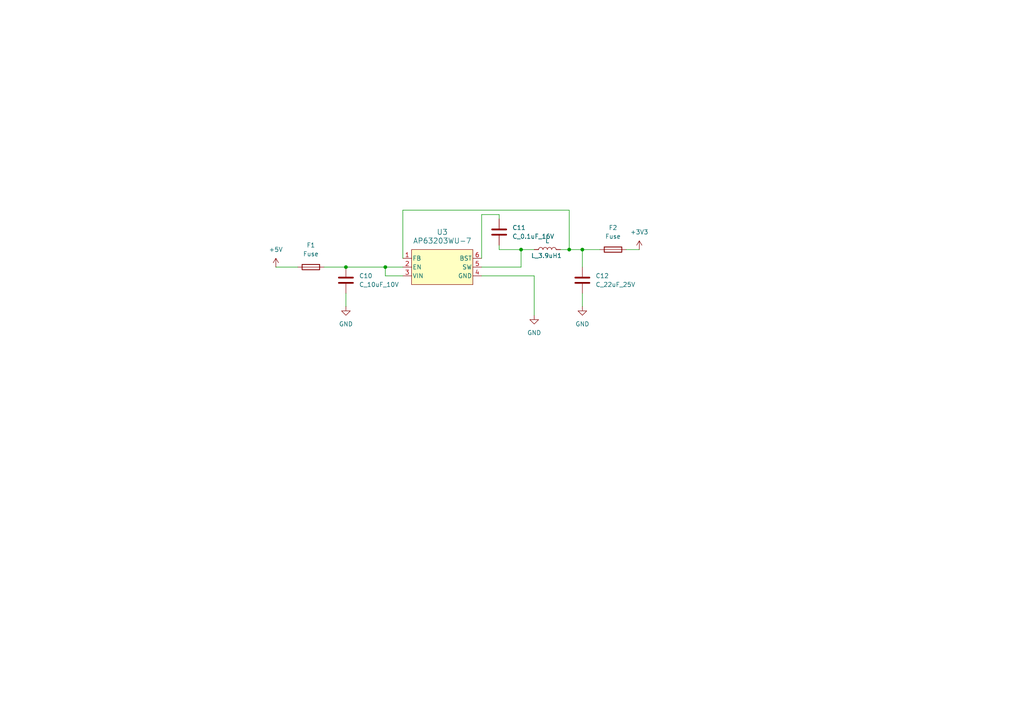
<source format=kicad_sch>
(kicad_sch (version 20250114) (generator "eeschema") (generator_version "9.0")
  (paper "A4")
  (lib_symbols
    (symbol "Device:Fuse" (pin_numbers (hide yes)) (pin_names (offset 0))
      (property "Reference" "F" (at 2.032 0 90))
      (property "Value" "Fuse" (at -1.905 0 90))
      (symbol "Fuse_0_1"
        (rectangle (start -0.762 -2.54) (end 0.762 2.54) (stroke (width 0.254)))
        (polyline (pts (xy 0 2.54) (xy 0 -2.54)))
      )
      (symbol "Fuse_1_1"
        (pin passive line (at 0 3.81 270) (length 1.27) (name "~") (number "1"))
        (pin passive line (at 0 -3.81 90) (length 1.27) (name "~") (number "2"))
      )
    )
    (symbol "OEM:C_0.1uF_16V_0603" (pin_numbers (hide yes)) (pin_names (offset 0.254))
      (property "Reference" "C" (at 0.635 2.54 0))
      (property "Value" "C_0.1uF_16V" (at 0.635 -2.54 0))
      (symbol "C_0.1uF_16V_0603_0_1"
        (polyline (pts (xy -2.032 0.762) (xy 2.032 0.762)) (stroke (width 0.508)))
        (polyline (pts (xy -2.032 -0.762) (xy 2.032 -0.762)) (stroke (width 0.508)))
      )
      (symbol "C_0.1uF_16V_0603_1_1"
        (pin passive line (at 0 3.81 270) (length 2.794) (name "~") (number "1"))
        (pin passive line (at 0 -3.81 90) (length 2.794) (name "~") (number "2"))
      )
    )
    (symbol "OEM:C_10uF_10V_0603" (pin_numbers (hide yes)) (pin_names (offset 0.254))
      (property "Reference" "C" (at 0.635 2.54 0))
      (property "Value" "C_10uF_10V" (at 0.635 -2.54 0))
      (symbol "C_10uF_10V_0603_0_1"
        (polyline (pts (xy -2.032 0.762) (xy 2.032 0.762)) (stroke (width 0.508)))
        (polyline (pts (xy -2.032 -0.762) (xy 2.032 -0.762)) (stroke (width 0.508)))
      )
      (symbol "C_10uF_10V_0603_1_1"
        (pin passive line (at 0 3.81 270) (length 2.794) (name "~") (number "1"))
        (pin passive line (at 0 -3.81 90) (length 2.794) (name "~") (number "2"))
      )
    )
    (symbol "OEM:C_22uF_25V_1206" (pin_numbers (hide yes)) (pin_names (offset 0.254))
      (property "Reference" "C" (at 0.635 2.54 0))
      (property "Value" "C_22uF_25V" (at 0.635 -2.54 0))
      (symbol "C_22uF_25V_1206_0_1"
        (polyline (pts (xy -2.032 0.762) (xy 2.032 0.762)) (stroke (width 0.508)))
        (polyline (pts (xy -2.032 -0.762) (xy 2.032 -0.762)) (stroke (width 0.508)))
      )
      (symbol "C_22uF_25V_1206_1_1"
        (pin passive line (at 0 3.81 270) (length 2.794) (name "~") (number "1"))
        (pin passive line (at 0 -3.81 90) (length 2.794) (name "~") (number "2"))
      )
    )
    (symbol "OEM:L" (pin_numbers (hide yes)) (pin_names (offset 1.016) (hide yes))
      (property "Reference" "L" (at -1.27 0 90))
      (property "Value" "L" (at 1.905 0 90))
      (symbol "L_0_1"
        (arc (start 0 2.54) (mid 0.6323 1.905) (end 0 1.27))
        (arc (start 0 1.27) (mid 0.6323 0.635) (end 0 0))
        (arc (start 0 0) (mid 0.6323 -0.635) (end 0 -1.27))
        (arc (start 0 -1.27) (mid 0.6323 -1.905) (end 0 -2.54))
      )
      (symbol "L_1_1"
        (pin passive line (at 0 3.81 270) (length 1.27) (name "1") (number "1"))
        (pin passive line (at 0 -3.81 90) (length 1.27) (name "2") (number "2"))
      )
    )
    (symbol "OEM:U_3.3V-Buck-Conv_AP63203WU-7_TSOT23-6" (pin_names (offset 0.254))
      (property "Reference" "U" (at 0 9.398 0))
      (property "Value" "AP63203WU-7" (at 0 6.858 0))
      (symbol "U_3.3V-Buck-Conv_AP63203WU-7_TSOT23-6_0_1"
        (pin output line (at -11.43 2.54 0) (length 2.54) (name "FB") (number "1"))
        (pin input line (at -11.43 0 0) (length 2.54) (name "EN") (number "2"))
        (pin input line (at 11.43 2.54 180) (length 2.54) (name "BST") (number "6"))
        (pin output line (at 11.43 0 180) (length 2.54) (name "SW") (number "5"))
        (pin power_out line (at 11.43 -2.54 180) (length 2.54) (name "GND") (number "4"))
      )
      (symbol "U_3.3V-Buck-Conv_AP63203WU-7_TSOT23-6_1_1"
        (rectangle (start -8.89 5.08) (end 8.89 -5.08) (fill (type color) (color 255 255 194 1)))
        (pin power_in line (at -11.43 -2.54 0) (length 2.54) (name "VIN") (number "3"))
      )
    )
    (symbol "power:+3V3" (power) (pin_numbers (hide yes)) (pin_names (offset 0) (hide yes))
      (property "Value" "+3V3" (at 0 3.556 0))
      (symbol "+3V3_0_1"
        (polyline (pts (xy -0.762 1.27) (xy 0 2.54)))
        (polyline (pts (xy 0 2.54) (xy 0.762 1.27)))
        (polyline (pts (xy 0 0) (xy 0 2.54)))
      )
      (symbol "+3V3_1_1"
        (pin power_in line (at 0 0 90) (length 0) (name "~") (number "1"))
      )
    )
    (symbol "power:+5V" (power) (pin_numbers (hide yes)) (pin_names (offset 0) (hide yes))
      (property "Value" "+5V" (at 0 3.556 0))
      (symbol "+5V_0_1"
        (polyline (pts (xy -0.762 1.27) (xy 0 2.54)))
        (polyline (pts (xy 0 2.54) (xy 0.762 1.27)))
        (polyline (pts (xy 0 0) (xy 0 2.54)))
      )
      (symbol "+5V_1_1"
        (pin power_in line (at 0 0 90) (length 0) (name "~") (number "1"))
      )
    )
    (symbol "power:GND" (power) (pin_numbers (hide yes)) (pin_names (offset 0) (hide yes))
      (property "Value" "GND" (at 0 -3.81 0))
      (symbol "GND_0_1"
        (polyline (pts (xy 0 0) (xy 0 -1.27) (xy 1.27 -1.27) (xy 0 -2.54) (xy -1.27 -1.27) (xy 0 -1.27)))
      )
      (symbol "GND_1_1"
        (pin power_in line (at 0 0 270) (length 0) (name "~") (number "1"))
      )
    )
  )
  (junction (at 100.33 77.47))
  (junction (at 168.91 72.39))
  (junction (at 151.13 72.39))
  (junction (at 165.1 72.39))
  (junction (at 111.76 77.47))
  (wire (pts (xy 116.84 77.47) (xy 111.76 77.47)))
  (wire (pts (xy 162.56 72.39) (xy 165.1 72.39)))
  (wire (pts (xy 154.94 80.01) (xy 154.94 91.44)))
  (wire (pts (xy 168.91 72.39) (xy 168.91 77.47)))
  (wire (pts (xy 151.13 72.39) (xy 154.94 72.39)))
  (wire (pts (xy 80.01 77.47) (xy 86.36 77.47)))
  (wire (pts (xy 168.91 85.09) (xy 168.91 88.9)))
  (wire (pts (xy 165.1 72.39) (xy 168.91 72.39)))
  (wire (pts (xy 139.7 80.01) (xy 154.94 80.01)))
  (wire (pts (xy 181.61 72.39) (xy 185.42 72.39)))
  (wire (pts (xy 100.33 85.09) (xy 100.33 88.9)))
  (wire (pts (xy 151.13 77.47) (xy 151.13 72.39)))
  (wire (pts (xy 165.1 60.96) (xy 165.1 72.39)))
  (wire (pts (xy 116.84 74.93) (xy 116.84 60.96)))
  (wire (pts (xy 139.7 74.93) (xy 139.7 62.23)))
  (wire (pts (xy 139.7 62.23) (xy 144.78 62.23)))
  (wire (pts (xy 144.78 62.23) (xy 144.78 63.5)))
  (wire (pts (xy 139.7 77.47) (xy 151.13 77.47)))
  (wire (pts (xy 111.76 80.01) (xy 111.76 77.47)))
  (wire (pts (xy 100.33 77.47) (xy 111.76 77.47)))
  (wire (pts (xy 144.78 72.39) (xy 151.13 72.39)))
  (wire (pts (xy 116.84 60.96) (xy 165.1 60.96)))
  (wire (pts (xy 168.91 72.39) (xy 173.99 72.39)))
  (wire (pts (xy 116.84 80.01) (xy 111.76 80.01)))
  (wire (pts (xy 144.78 72.39) (xy 144.78 71.12)))
  (wire (pts (xy 93.98 77.47) (xy 100.33 77.47)))
  (symbol (lib_id "Device:Fuse") (at 177.8 72.39 90) (unit 1)
    (property "Reference" "F2" (at 177.8 66.04 90))
    (property "Value" "Fuse" (at 177.8 68.58 90))
    (property "Description" "Fuse" (effects (hide yes)))
  )
  (symbol (lib_id "OEM:C_10uF_10V_0603") (at 100.33 81.28 0) (unit 1)
    (property "Reference" "C10" (at 104.14 80.0099 0) (effects (justify left)))
    (property "Value" "C_10uF_10V" (at 104.14 82.5499 0) (effects (justify left)))
    (property "Footprint" "OEM:C_0603_1608Metric" (effects (hide yes)))
    (property "Datasheet" "https://search.murata.co.jp/Ceramy/image/img/A01X/G101/ENG/GRM188D71A106KA73-01.pdf" (effects (hide yes)))
    (property "Description" "CAP CER 10UF 10V X7T 0603" (effects (hide yes)))
    (property "MPN" "GRM188D71A106KA73D" (effects (hide yes)))
  )
  (symbol (lib_id "power:GND") (at 100.33 88.9 0) (unit 1)
    (property "Reference" "#PWR029" (effects (hide yes)))
    (property "Value" "GND" (at 100.33 93.98 0))
    (property "Description" "Power symbol creates a global label with name \"GND\" , ground" (effects (hide yes)))
  )
  (symbol (lib_id "power:+5V") (at 80.01 77.47 0) (unit 1)
    (property "Reference" "#PWR025" (effects (hide yes)))
    (property "Value" "+5V" (at 80.01 72.39 0))
    (property "Description" "Power symbol creates a global label with name \"+5V\"" (effects (hide yes)))
  )
  (symbol (lib_id "OEM:U_3.3V-Buck-Conv_AP63203WU-7_TSOT23-6") (at 128.27 77.47 0) (unit 1)
    (property "Reference" "U3" (at 128.27 67.31 0) (effects (font (size 1.524 1.524))))
    (property "Value" "AP63203WU-7" (at 128.27 69.85 0) (effects (font (size 1.524 1.524))))
    (property "Footprint" "OEM:SOT-23-6" (effects (hide yes)))
    (property "Datasheet" "https://www.diodes.com/assets/Datasheets/AP63200-AP63201-AP63203-AP63205.pdf" (effects (hide yes)))
    (property "Description" "IC REG BUCK 3.3V 2A TSOT23-6" (effects (hide yes)))
    (property "MPN" "AP63203WU-7" (effects (hide yes)))
  )
  (symbol (lib_id "OEM:C_0.1uF_16V_0603") (at 144.78 67.31 0) (unit 1)
    (property "Reference" "C11" (at 148.59 66.0399 0) (effects (justify left)))
    (property "Value" "C_0.1uF_16V" (at 148.59 68.5799 0) (effects (justify left)))
    (property "Footprint" "OEM:C_0603_1608Metric" (effects (hide yes)))
    (property "Datasheet" "https://www.mouser.com/datasheet/3/72/1/KEM_C1005_Y5V_SMD.pdf" (effects (hide yes)))
    (property "Description" "CAP CER 0.1UF 16V Y5V 0603" (effects (hide yes)))
    (property "MPN" "C0603C104Z4VACTU" (effects (hide yes)))
  )
  (symbol (lib_id "Device:Fuse") (at 90.17 77.47 90) (unit 1)
    (property "Reference" "F1" (at 90.17 71.12 90))
    (property "Value" "Fuse" (at 90.17 73.66 90))
    (property "Description" "Fuse" (effects (hide yes)))
  )
  (symbol (lib_id "OEM:C_22uF_25V_1206") (at 168.91 81.28 0) (unit 1)
    (property "Reference" "C12" (at 172.72 80.0099 0) (effects (justify left)))
    (property "Value" "C_22uF_25V" (at 172.72 82.5499 0) (effects (justify left)))
    (property "Footprint" "OEM:C_1206_3216Metric" (effects (hide yes)))
    (property "Datasheet" "https://mm.digikey.com/Volume0/opasdata/d220001/medias/docus/658/CL31A226KAHNNNE_Spec.pdf" (effects (hide yes)))
    (property "Description" "CAP CER 22UF 25V X5R 1206" (effects (hide yes)))
    (property "MPN" "CL31A226KAHNNNE" (effects (hide yes)))
  )
  (symbol (lib_id "OEM:L") (at 158.75 72.39 90) (unit 1)
    (property "Reference" "L_3.9uH1" (at 158.496 74.168 90))
    (property "Value" "L" (at 158.75 69.85 90))
    (property "Description" "Inductor" (effects (hide yes)))
  )
  (symbol (lib_id "power:GND") (at 168.91 88.9 0) (unit 1)
    (property "Reference" "#PWR032" (effects (hide yes)))
    (property "Value" "GND" (at 168.91 93.98 0))
    (property "Description" "Power symbol creates a global label with name \"GND\" , ground" (effects (hide yes)))
  )
  (symbol (lib_id "power:GND") (at 154.94 91.44 0) (unit 1)
    (property "Reference" "#PWR030" (effects (hide yes)))
    (property "Value" "GND" (at 154.94 96.52 0))
    (property "Description" "Power symbol creates a global label with name \"GND\" , ground" (effects (hide yes)))
  )
  (symbol (lib_id "power:+3V3") (at 185.42 72.39 0) (unit 1)
    (property "Reference" "#PWR026" (effects (hide yes)))
    (property "Value" "+3V3" (at 185.42 67.31 0))
    (property "Description" "Power symbol creates a global label with name \"+3V3\"" (effects (hide yes)))
  )
)
</source>
